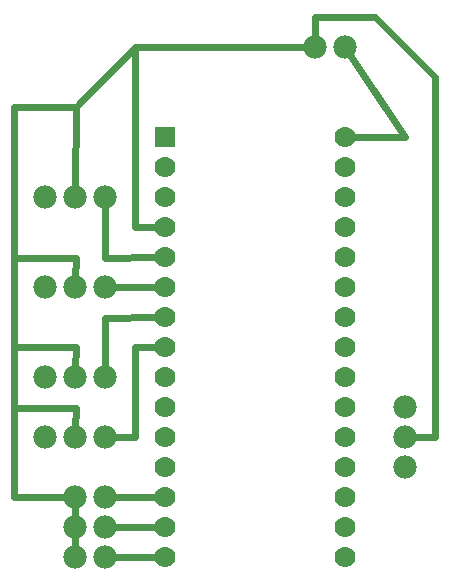
<source format=gtl>
G04 MADE WITH FRITZING*
G04 WWW.FRITZING.ORG*
G04 DOUBLE SIDED*
G04 HOLES PLATED*
G04 CONTOUR ON CENTER OF CONTOUR VECTOR*
%ASAXBY*%
%FSLAX23Y23*%
%MOIN*%
%OFA0B0*%
%SFA1.0B1.0*%
%ADD10C,0.070000*%
%ADD11C,0.078000*%
%ADD12R,0.069972X0.070000*%
%ADD13C,0.024000*%
%LNCOPPER1*%
G90*
G70*
G54D10*
X607Y1519D03*
X607Y1419D03*
X607Y1319D03*
X607Y1219D03*
X607Y1119D03*
X607Y1019D03*
X607Y919D03*
X607Y819D03*
X607Y719D03*
X607Y619D03*
X607Y519D03*
X607Y419D03*
X607Y319D03*
X607Y219D03*
X607Y119D03*
X1207Y1519D03*
X1207Y1419D03*
X1207Y1319D03*
X1207Y1219D03*
X1207Y1119D03*
X1207Y1019D03*
X1207Y919D03*
X1207Y819D03*
X1207Y719D03*
X1207Y619D03*
X1207Y519D03*
X1207Y419D03*
X1207Y319D03*
X1207Y219D03*
X1207Y119D03*
G54D11*
X1407Y619D03*
X1407Y519D03*
X1407Y419D03*
X407Y519D03*
X307Y519D03*
X207Y519D03*
X407Y719D03*
X307Y719D03*
X207Y719D03*
X407Y1019D03*
X307Y1019D03*
X207Y1019D03*
X407Y1319D03*
X307Y1319D03*
X207Y1319D03*
X407Y319D03*
X307Y319D03*
X1207Y1819D03*
X1107Y1819D03*
X407Y219D03*
X307Y219D03*
X407Y119D03*
X307Y119D03*
G54D12*
X607Y1519D03*
G54D13*
X1407Y1519D02*
X1224Y1794D01*
D02*
X1236Y1519D02*
X1407Y1519D01*
D02*
X1507Y1719D02*
X1306Y1920D01*
D02*
X1507Y519D02*
X1507Y1719D01*
D02*
X1306Y1920D02*
X1108Y1920D01*
D02*
X1108Y1920D02*
X1107Y1850D01*
D02*
X1437Y519D02*
X1507Y519D01*
D02*
X508Y1418D02*
X508Y1821D01*
D02*
X508Y1219D02*
X508Y1418D01*
D02*
X508Y1821D02*
X1077Y1820D01*
D02*
X578Y1219D02*
X508Y1219D01*
D02*
X309Y1622D02*
X307Y1350D01*
D02*
X508Y1821D02*
X309Y1622D01*
D02*
X309Y1117D02*
X307Y1050D01*
D02*
X105Y1622D02*
X105Y1219D01*
D02*
X105Y1117D02*
X309Y1117D01*
D02*
X105Y1219D02*
X105Y1117D01*
D02*
X309Y1622D02*
X105Y1622D01*
D02*
X309Y821D02*
X307Y750D01*
D02*
X105Y821D02*
X309Y821D01*
D02*
X105Y1117D02*
X105Y821D01*
D02*
X309Y617D02*
X307Y550D01*
D02*
X105Y617D02*
X309Y617D01*
D02*
X105Y821D02*
X105Y617D01*
D02*
X105Y322D02*
X277Y320D01*
D02*
X105Y617D02*
X105Y322D01*
D02*
X406Y1117D02*
X578Y1119D01*
D02*
X407Y1289D02*
X406Y1117D01*
D02*
X437Y1019D02*
X578Y1019D01*
D02*
X406Y918D02*
X578Y919D01*
D02*
X407Y750D02*
X406Y918D01*
D02*
X508Y521D02*
X508Y821D01*
D02*
X508Y821D02*
X578Y820D01*
D02*
X437Y520D02*
X508Y521D01*
D02*
X437Y319D02*
X578Y319D01*
D02*
X578Y219D02*
X437Y219D01*
D02*
X578Y119D02*
X437Y119D01*
D02*
X307Y289D02*
X307Y250D01*
D02*
X307Y189D02*
X307Y150D01*
G04 End of Copper1*
M02*
</source>
